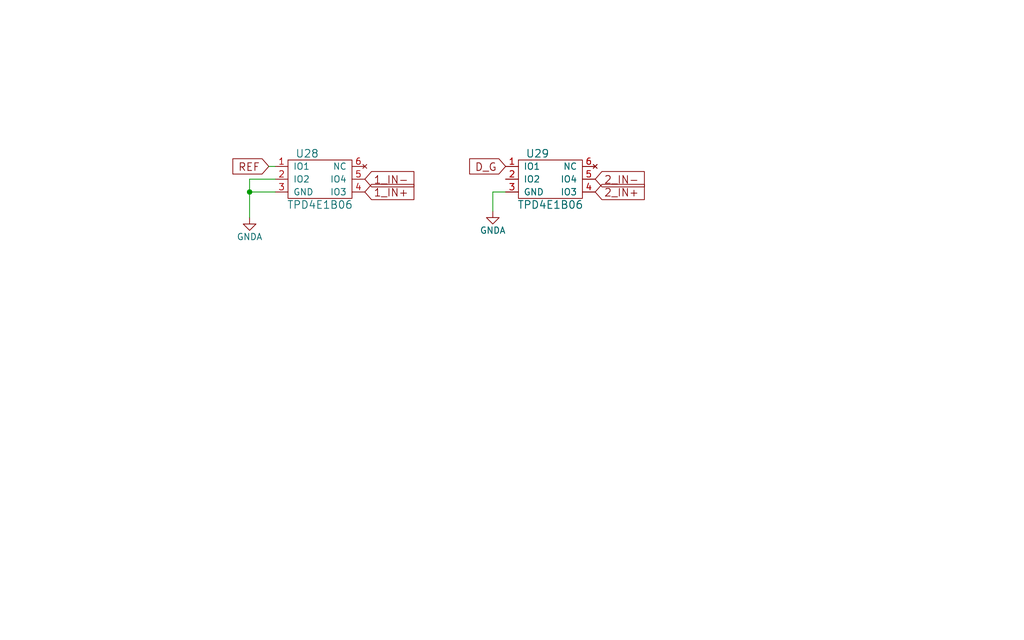
<source format=kicad_sch>
(kicad_sch (version 20231120) (generator "eeschema") (generator_version "8.0")
  (paper "User" 203.2 127)
  (title_block (title "Ganglion Input Protection") (date "2018-1-8") (rev "1.0.1") (company "OpenBCI"))
  (lib_symbols
    (symbol "Ganglion_01-rescue:GNDA" (power) (pin_names (offset 0))
      (property "Value" "GNDA" (at 0 -3.81 0))
      (symbol "GNDA_0_1"
        (polyline (pts (xy 0 0) (xy 0 -1.27) (xy 1.27 -1.27) (xy 0 -2.54) (xy -1.27 -1.27) (xy 0 -1.27)))
      )
      (symbol "GNDA_1_1"
        (pin power_in line (at 0 0 270) (length 0) hide (name "GNDA") (number "1"))
      )
    )
    (symbol "OpenBCI:TPD4E1B06" (pin_names (offset 1.016))
      (property "Reference" "U" (at -3.81 3.81 0))
      (property "Value" "TPD4E1B06" (at -1.27 -6.35 0))
      (symbol "TPD4E1B06_0_1"
        (rectangle (start -7.62 2.54) (end 5.08 -5.08))
      )
      (symbol "TPD4E1B06_1_1"
        (pin passive line (at -10.16 1.27 0) (length 2.54) (name "IO1") (number "1"))
        (pin passive line (at -10.16 -1.27 0) (length 2.54) (name "IO2") (number "2"))
        (pin passive line (at -10.16 -3.81 0) (length 2.54) (name "GND") (number "3"))
        (pin passive line (at 7.62 -3.81 180) (length 2.54) (name "IO3") (number "4"))
        (pin passive line (at 7.62 -1.27 180) (length 2.54) (name "IO4") (number "5"))
        (pin no_connect line (at 7.62 1.27 180) (length 2.54) (name "NC") (number "6"))
      )
    )
  )
  (junction (at 49.53 38.1))
  (wire (pts (xy 49.53 38.1) (xy 49.53 43.18)))
  (wire (pts (xy 53.34 33.02) (xy 54.61 33.02)))
  (wire (pts (xy 100.33 38.1) (xy 97.79 38.1)))
  (wire (pts (xy 49.53 35.56) (xy 49.53 38.1)))
  (wire (pts (xy 97.79 38.1) (xy 97.79 41.91)))
  (wire (pts (xy 54.61 35.56) (xy 49.53 35.56)))
  (wire (pts (xy 54.61 38.1) (xy 49.53 38.1)))
  (global_label "1_IN+" (shape input) (at 72.39 38.1 0) (effects (font (size 1.524 1.524))) (property "Intersheetrefs" "${INTERSHEET_REFS}" (effects (hide yes))))
  (global_label "2_IN+" (shape input) (at 118.11 38.1 0) (effects (font (size 1.524 1.524))) (property "Intersheetrefs" "${INTERSHEET_REFS}" (effects (hide yes))))
  (global_label "2_IN-" (shape input) (at 118.11 35.56 0) (effects (font (size 1.524 1.524))) (property "Intersheetrefs" "${INTERSHEET_REFS}" (effects (hide yes))))
  (global_label "D_G" (shape input) (at 100.33 33.02 180) (effects (font (size 1.524 1.524))) (property "Intersheetrefs" "${INTERSHEET_REFS}" (effects (hide yes))))
  (global_label "REF" (shape input) (at 53.34 33.02 180) (effects (font (size 1.524 1.524))) (property "Intersheetrefs" "${INTERSHEET_REFS}" (effects (hide yes))))
  (global_label "1_IN-" (shape input) (at 72.39 35.56 0) (effects (font (size 1.524 1.524))) (property "Intersheetrefs" "${INTERSHEET_REFS}" (effects (hide yes))))
  (symbol (lib_id "OpenBCI:TPD4E1B06") (at 64.77 34.29 0) (unit 1)
    (property "Reference" "U28" (at 60.96 30.48 0) (effects (font (size 1.524 1.524))))
    (property "Value" "TPD4E1B06" (at 63.5 40.64 0) (effects (font (size 1.524 1.524))))
    (property "Footprint" "Package_TO_SOT_SMD:SOT-363_SC-70-6" (effects (hide yes)))
    (property "MPN" "TPD4E1B06DCKR" (effects (hide yes)))
    (property "SPN" "296-39346-1-ND" (effects (hide yes)))
  )
  (symbol (lib_id "OpenBCI:TPD4E1B06") (at 110.49 34.29 0) (unit 1)
    (property "Reference" "U29" (at 106.68 30.48 0) (effects (font (size 1.524 1.524))))
    (property "Value" "TPD4E1B06" (at 109.22 40.64 0) (effects (font (size 1.524 1.524))))
    (property "Footprint" "Package_TO_SOT_SMD:SOT-363_SC-70-6" (effects (hide yes)))
    (property "MPN" "TPD4E1B06DCKR" (effects (hide yes)))
    (property "SPN" "296-39346-1-ND" (effects (hide yes)))
  )
  (symbol (lib_id "Ganglion_01-rescue:GNDA") (at 49.53 43.18 0) (unit 1)
    (property "Reference" "#PWR073" (effects (hide yes)))
    (property "Value" "GNDA" (at 49.53 46.99 0))
  )
  (symbol (lib_id "Ganglion_01-rescue:GNDA") (at 97.79 41.91 0) (unit 1)
    (property "Reference" "#PWR023" (effects (hide yes)))
    (property "Value" "GNDA" (at 97.79 45.72 0))
  )
)
</source>
